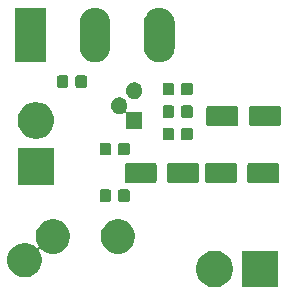
<source format=gbr>
G04 #@! TF.GenerationSoftware,KiCad,Pcbnew,(5.1.0)-1*
G04 #@! TF.CreationDate,2020-12-02T22:17:39+02:00*
G04 #@! TF.ProjectId,Single_transistor_AMP,53696e67-6c65-45f7-9472-616e73697374,V1.0*
G04 #@! TF.SameCoordinates,Original*
G04 #@! TF.FileFunction,Soldermask,Top*
G04 #@! TF.FilePolarity,Negative*
%FSLAX46Y46*%
G04 Gerber Fmt 4.6, Leading zero omitted, Abs format (unit mm)*
G04 Created by KiCad (PCBNEW (5.1.0)-1) date 2020-12-02 22:17:39*
%MOMM*%
%LPD*%
G04 APERTURE LIST*
%ADD10C,0.100000*%
G04 APERTURE END LIST*
D10*
G36*
X124106000Y-132996000D02*
G01*
X121004000Y-132996000D01*
X121004000Y-129894000D01*
X124106000Y-129894000D01*
X124106000Y-132996000D01*
X124106000Y-132996000D01*
G37*
G36*
X118965474Y-129921393D02*
G01*
X119127410Y-129953604D01*
X119409674Y-130070521D01*
X119663705Y-130240259D01*
X119879741Y-130456295D01*
X120049479Y-130710326D01*
X120166396Y-130992590D01*
X120166396Y-130992591D01*
X120226000Y-131292239D01*
X120226000Y-131597761D01*
X120223971Y-131607959D01*
X120166396Y-131897410D01*
X120049479Y-132179674D01*
X119879741Y-132433705D01*
X119663705Y-132649741D01*
X119409674Y-132819479D01*
X119127410Y-132936396D01*
X118977585Y-132966198D01*
X118827761Y-132996000D01*
X118522239Y-132996000D01*
X118372415Y-132966198D01*
X118222590Y-132936396D01*
X117940326Y-132819479D01*
X117686295Y-132649741D01*
X117470259Y-132433705D01*
X117300521Y-132179674D01*
X117183604Y-131897410D01*
X117126029Y-131607959D01*
X117124000Y-131597761D01*
X117124000Y-131292239D01*
X117183604Y-130992591D01*
X117183604Y-130992590D01*
X117300521Y-130710326D01*
X117470259Y-130456295D01*
X117686295Y-130240259D01*
X117940326Y-130070521D01*
X118222590Y-129953604D01*
X118384526Y-129921393D01*
X118522239Y-129894000D01*
X118827761Y-129894000D01*
X118965474Y-129921393D01*
X118965474Y-129921393D01*
G37*
G36*
X105439241Y-127287760D02*
G01*
X105703305Y-127397139D01*
X105940958Y-127555934D01*
X106143066Y-127758042D01*
X106301861Y-127995695D01*
X106411240Y-128259759D01*
X106467000Y-128540088D01*
X106467000Y-128825912D01*
X106411240Y-129106241D01*
X106301861Y-129370305D01*
X106143066Y-129607958D01*
X105940958Y-129810066D01*
X105703305Y-129968861D01*
X105439241Y-130078240D01*
X105158912Y-130134000D01*
X104873088Y-130134000D01*
X104592759Y-130078240D01*
X104328695Y-129968861D01*
X104091042Y-129810066D01*
X104044535Y-129763559D01*
X104025593Y-129748014D01*
X104003982Y-129736463D01*
X103980533Y-129729350D01*
X103956147Y-129726948D01*
X103931761Y-129729350D01*
X103908312Y-129736463D01*
X103886701Y-129748014D01*
X103867759Y-129763559D01*
X103852214Y-129782501D01*
X103840663Y-129804112D01*
X103833550Y-129827561D01*
X103831148Y-129851947D01*
X103833550Y-129876333D01*
X103840663Y-129899782D01*
X103852214Y-129921393D01*
X103901861Y-129995695D01*
X104011240Y-130259759D01*
X104067000Y-130540088D01*
X104067000Y-130825912D01*
X104011240Y-131106241D01*
X103901861Y-131370305D01*
X103743066Y-131607958D01*
X103540958Y-131810066D01*
X103303305Y-131968861D01*
X103039241Y-132078240D01*
X102758912Y-132134000D01*
X102473088Y-132134000D01*
X102192759Y-132078240D01*
X101928695Y-131968861D01*
X101691042Y-131810066D01*
X101488934Y-131607958D01*
X101330139Y-131370305D01*
X101220760Y-131106241D01*
X101165000Y-130825912D01*
X101165000Y-130540088D01*
X101220760Y-130259759D01*
X101330139Y-129995695D01*
X101488934Y-129758042D01*
X101691042Y-129555934D01*
X101928695Y-129397139D01*
X102192759Y-129287760D01*
X102473088Y-129232000D01*
X102758912Y-129232000D01*
X103039241Y-129287760D01*
X103303305Y-129397139D01*
X103540958Y-129555934D01*
X103587465Y-129602441D01*
X103606407Y-129617986D01*
X103628018Y-129629537D01*
X103651467Y-129636650D01*
X103675853Y-129639052D01*
X103700239Y-129636650D01*
X103723688Y-129629537D01*
X103745299Y-129617986D01*
X103764241Y-129602441D01*
X103779786Y-129583499D01*
X103791337Y-129561888D01*
X103798450Y-129538439D01*
X103800852Y-129514053D01*
X103798450Y-129489667D01*
X103791337Y-129466218D01*
X103779786Y-129444607D01*
X103730139Y-129370305D01*
X103620760Y-129106241D01*
X103565000Y-128825912D01*
X103565000Y-128540088D01*
X103620760Y-128259759D01*
X103730139Y-127995695D01*
X103888934Y-127758042D01*
X104091042Y-127555934D01*
X104328695Y-127397139D01*
X104592759Y-127287760D01*
X104873088Y-127232000D01*
X105158912Y-127232000D01*
X105439241Y-127287760D01*
X105439241Y-127287760D01*
G37*
G36*
X110939241Y-127287760D02*
G01*
X111203305Y-127397139D01*
X111440958Y-127555934D01*
X111643066Y-127758042D01*
X111801861Y-127995695D01*
X111911240Y-128259759D01*
X111967000Y-128540088D01*
X111967000Y-128825912D01*
X111911240Y-129106241D01*
X111801861Y-129370305D01*
X111643066Y-129607958D01*
X111440958Y-129810066D01*
X111203305Y-129968861D01*
X110939241Y-130078240D01*
X110658912Y-130134000D01*
X110373088Y-130134000D01*
X110092759Y-130078240D01*
X109828695Y-129968861D01*
X109591042Y-129810066D01*
X109388934Y-129607958D01*
X109230139Y-129370305D01*
X109120760Y-129106241D01*
X109065000Y-128825912D01*
X109065000Y-128540088D01*
X109120760Y-128259759D01*
X109230139Y-127995695D01*
X109388934Y-127758042D01*
X109591042Y-127555934D01*
X109828695Y-127397139D01*
X110092759Y-127287760D01*
X110373088Y-127232000D01*
X110658912Y-127232000D01*
X110939241Y-127287760D01*
X110939241Y-127287760D01*
G37*
G36*
X111365591Y-124700085D02*
G01*
X111399569Y-124710393D01*
X111430890Y-124727134D01*
X111458339Y-124749661D01*
X111480866Y-124777110D01*
X111497607Y-124808431D01*
X111507915Y-124842409D01*
X111512000Y-124883890D01*
X111512000Y-125560110D01*
X111507915Y-125601591D01*
X111497607Y-125635569D01*
X111480866Y-125666890D01*
X111458339Y-125694339D01*
X111430890Y-125716866D01*
X111399569Y-125733607D01*
X111365591Y-125743915D01*
X111324110Y-125748000D01*
X110722890Y-125748000D01*
X110681409Y-125743915D01*
X110647431Y-125733607D01*
X110616110Y-125716866D01*
X110588661Y-125694339D01*
X110566134Y-125666890D01*
X110549393Y-125635569D01*
X110539085Y-125601591D01*
X110535000Y-125560110D01*
X110535000Y-124883890D01*
X110539085Y-124842409D01*
X110549393Y-124808431D01*
X110566134Y-124777110D01*
X110588661Y-124749661D01*
X110616110Y-124727134D01*
X110647431Y-124710393D01*
X110681409Y-124700085D01*
X110722890Y-124696000D01*
X111324110Y-124696000D01*
X111365591Y-124700085D01*
X111365591Y-124700085D01*
G37*
G36*
X109790591Y-124700085D02*
G01*
X109824569Y-124710393D01*
X109855890Y-124727134D01*
X109883339Y-124749661D01*
X109905866Y-124777110D01*
X109922607Y-124808431D01*
X109932915Y-124842409D01*
X109937000Y-124883890D01*
X109937000Y-125560110D01*
X109932915Y-125601591D01*
X109922607Y-125635569D01*
X109905866Y-125666890D01*
X109883339Y-125694339D01*
X109855890Y-125716866D01*
X109824569Y-125733607D01*
X109790591Y-125743915D01*
X109749110Y-125748000D01*
X109147890Y-125748000D01*
X109106409Y-125743915D01*
X109072431Y-125733607D01*
X109041110Y-125716866D01*
X109013661Y-125694339D01*
X108991134Y-125666890D01*
X108974393Y-125635569D01*
X108964085Y-125601591D01*
X108960000Y-125560110D01*
X108960000Y-124883890D01*
X108964085Y-124842409D01*
X108974393Y-124808431D01*
X108991134Y-124777110D01*
X109013661Y-124749661D01*
X109041110Y-124727134D01*
X109072431Y-124710393D01*
X109106409Y-124700085D01*
X109147890Y-124696000D01*
X109749110Y-124696000D01*
X109790591Y-124700085D01*
X109790591Y-124700085D01*
G37*
G36*
X105119500Y-124296500D02*
G01*
X102017500Y-124296500D01*
X102017500Y-121194500D01*
X105119500Y-121194500D01*
X105119500Y-124296500D01*
X105119500Y-124296500D01*
G37*
G36*
X117242497Y-122470051D02*
G01*
X117276152Y-122480261D01*
X117307165Y-122496838D01*
X117334351Y-122519149D01*
X117356662Y-122546335D01*
X117373239Y-122577348D01*
X117383449Y-122611003D01*
X117387500Y-122652138D01*
X117387500Y-123981862D01*
X117383449Y-124022997D01*
X117373239Y-124056652D01*
X117356662Y-124087665D01*
X117334351Y-124114851D01*
X117307165Y-124137162D01*
X117276152Y-124153739D01*
X117242497Y-124163949D01*
X117201362Y-124168000D01*
X114871638Y-124168000D01*
X114830503Y-124163949D01*
X114796848Y-124153739D01*
X114765835Y-124137162D01*
X114738649Y-124114851D01*
X114716338Y-124087665D01*
X114699761Y-124056652D01*
X114689551Y-124022997D01*
X114685500Y-123981862D01*
X114685500Y-122652138D01*
X114689551Y-122611003D01*
X114699761Y-122577348D01*
X114716338Y-122546335D01*
X114738649Y-122519149D01*
X114765835Y-122496838D01*
X114796848Y-122480261D01*
X114830503Y-122470051D01*
X114871638Y-122466000D01*
X117201362Y-122466000D01*
X117242497Y-122470051D01*
X117242497Y-122470051D01*
G37*
G36*
X124036997Y-122470051D02*
G01*
X124070652Y-122480261D01*
X124101665Y-122496838D01*
X124128851Y-122519149D01*
X124151162Y-122546335D01*
X124167739Y-122577348D01*
X124177949Y-122611003D01*
X124182000Y-122652138D01*
X124182000Y-123981862D01*
X124177949Y-124022997D01*
X124167739Y-124056652D01*
X124151162Y-124087665D01*
X124128851Y-124114851D01*
X124101665Y-124137162D01*
X124070652Y-124153739D01*
X124036997Y-124163949D01*
X123995862Y-124168000D01*
X121666138Y-124168000D01*
X121625003Y-124163949D01*
X121591348Y-124153739D01*
X121560335Y-124137162D01*
X121533149Y-124114851D01*
X121510838Y-124087665D01*
X121494261Y-124056652D01*
X121484051Y-124022997D01*
X121480000Y-123981862D01*
X121480000Y-122652138D01*
X121484051Y-122611003D01*
X121494261Y-122577348D01*
X121510838Y-122546335D01*
X121533149Y-122519149D01*
X121560335Y-122496838D01*
X121591348Y-122480261D01*
X121625003Y-122470051D01*
X121666138Y-122466000D01*
X123995862Y-122466000D01*
X124036997Y-122470051D01*
X124036997Y-122470051D01*
G37*
G36*
X120436997Y-122470051D02*
G01*
X120470652Y-122480261D01*
X120501665Y-122496838D01*
X120528851Y-122519149D01*
X120551162Y-122546335D01*
X120567739Y-122577348D01*
X120577949Y-122611003D01*
X120582000Y-122652138D01*
X120582000Y-123981862D01*
X120577949Y-124022997D01*
X120567739Y-124056652D01*
X120551162Y-124087665D01*
X120528851Y-124114851D01*
X120501665Y-124137162D01*
X120470652Y-124153739D01*
X120436997Y-124163949D01*
X120395862Y-124168000D01*
X118066138Y-124168000D01*
X118025003Y-124163949D01*
X117991348Y-124153739D01*
X117960335Y-124137162D01*
X117933149Y-124114851D01*
X117910838Y-124087665D01*
X117894261Y-124056652D01*
X117884051Y-124022997D01*
X117880000Y-123981862D01*
X117880000Y-122652138D01*
X117884051Y-122611003D01*
X117894261Y-122577348D01*
X117910838Y-122546335D01*
X117933149Y-122519149D01*
X117960335Y-122496838D01*
X117991348Y-122480261D01*
X118025003Y-122470051D01*
X118066138Y-122466000D01*
X120395862Y-122466000D01*
X120436997Y-122470051D01*
X120436997Y-122470051D01*
G37*
G36*
X113642497Y-122470051D02*
G01*
X113676152Y-122480261D01*
X113707165Y-122496838D01*
X113734351Y-122519149D01*
X113756662Y-122546335D01*
X113773239Y-122577348D01*
X113783449Y-122611003D01*
X113787500Y-122652138D01*
X113787500Y-123981862D01*
X113783449Y-124022997D01*
X113773239Y-124056652D01*
X113756662Y-124087665D01*
X113734351Y-124114851D01*
X113707165Y-124137162D01*
X113676152Y-124153739D01*
X113642497Y-124163949D01*
X113601362Y-124168000D01*
X111271638Y-124168000D01*
X111230503Y-124163949D01*
X111196848Y-124153739D01*
X111165835Y-124137162D01*
X111138649Y-124114851D01*
X111116338Y-124087665D01*
X111099761Y-124056652D01*
X111089551Y-124022997D01*
X111085500Y-123981862D01*
X111085500Y-122652138D01*
X111089551Y-122611003D01*
X111099761Y-122577348D01*
X111116338Y-122546335D01*
X111138649Y-122519149D01*
X111165835Y-122496838D01*
X111196848Y-122480261D01*
X111230503Y-122470051D01*
X111271638Y-122466000D01*
X113601362Y-122466000D01*
X113642497Y-122470051D01*
X113642497Y-122470051D01*
G37*
G36*
X109790591Y-120763085D02*
G01*
X109824569Y-120773393D01*
X109855890Y-120790134D01*
X109883339Y-120812661D01*
X109905866Y-120840110D01*
X109922607Y-120871431D01*
X109932915Y-120905409D01*
X109937000Y-120946890D01*
X109937000Y-121623110D01*
X109932915Y-121664591D01*
X109922607Y-121698569D01*
X109905866Y-121729890D01*
X109883339Y-121757339D01*
X109855890Y-121779866D01*
X109824569Y-121796607D01*
X109790591Y-121806915D01*
X109749110Y-121811000D01*
X109147890Y-121811000D01*
X109106409Y-121806915D01*
X109072431Y-121796607D01*
X109041110Y-121779866D01*
X109013661Y-121757339D01*
X108991134Y-121729890D01*
X108974393Y-121698569D01*
X108964085Y-121664591D01*
X108960000Y-121623110D01*
X108960000Y-120946890D01*
X108964085Y-120905409D01*
X108974393Y-120871431D01*
X108991134Y-120840110D01*
X109013661Y-120812661D01*
X109041110Y-120790134D01*
X109072431Y-120773393D01*
X109106409Y-120763085D01*
X109147890Y-120759000D01*
X109749110Y-120759000D01*
X109790591Y-120763085D01*
X109790591Y-120763085D01*
G37*
G36*
X111365591Y-120763085D02*
G01*
X111399569Y-120773393D01*
X111430890Y-120790134D01*
X111458339Y-120812661D01*
X111480866Y-120840110D01*
X111497607Y-120871431D01*
X111507915Y-120905409D01*
X111512000Y-120946890D01*
X111512000Y-121623110D01*
X111507915Y-121664591D01*
X111497607Y-121698569D01*
X111480866Y-121729890D01*
X111458339Y-121757339D01*
X111430890Y-121779866D01*
X111399569Y-121796607D01*
X111365591Y-121806915D01*
X111324110Y-121811000D01*
X110722890Y-121811000D01*
X110681409Y-121806915D01*
X110647431Y-121796607D01*
X110616110Y-121779866D01*
X110588661Y-121757339D01*
X110566134Y-121729890D01*
X110549393Y-121698569D01*
X110539085Y-121664591D01*
X110535000Y-121623110D01*
X110535000Y-120946890D01*
X110539085Y-120905409D01*
X110549393Y-120871431D01*
X110566134Y-120840110D01*
X110588661Y-120812661D01*
X110616110Y-120790134D01*
X110647431Y-120773393D01*
X110681409Y-120763085D01*
X110722890Y-120759000D01*
X111324110Y-120759000D01*
X111365591Y-120763085D01*
X111365591Y-120763085D01*
G37*
G36*
X116699591Y-119493085D02*
G01*
X116733569Y-119503393D01*
X116764890Y-119520134D01*
X116792339Y-119542661D01*
X116814866Y-119570110D01*
X116831607Y-119601431D01*
X116841915Y-119635409D01*
X116846000Y-119676890D01*
X116846000Y-120353110D01*
X116841915Y-120394591D01*
X116831607Y-120428569D01*
X116814866Y-120459890D01*
X116792339Y-120487339D01*
X116764890Y-120509866D01*
X116733569Y-120526607D01*
X116699591Y-120536915D01*
X116658110Y-120541000D01*
X116056890Y-120541000D01*
X116015409Y-120536915D01*
X115981431Y-120526607D01*
X115950110Y-120509866D01*
X115922661Y-120487339D01*
X115900134Y-120459890D01*
X115883393Y-120428569D01*
X115873085Y-120394591D01*
X115869000Y-120353110D01*
X115869000Y-119676890D01*
X115873085Y-119635409D01*
X115883393Y-119601431D01*
X115900134Y-119570110D01*
X115922661Y-119542661D01*
X115950110Y-119520134D01*
X115981431Y-119503393D01*
X116015409Y-119493085D01*
X116056890Y-119489000D01*
X116658110Y-119489000D01*
X116699591Y-119493085D01*
X116699591Y-119493085D01*
G37*
G36*
X115124591Y-119493085D02*
G01*
X115158569Y-119503393D01*
X115189890Y-119520134D01*
X115217339Y-119542661D01*
X115239866Y-119570110D01*
X115256607Y-119601431D01*
X115266915Y-119635409D01*
X115271000Y-119676890D01*
X115271000Y-120353110D01*
X115266915Y-120394591D01*
X115256607Y-120428569D01*
X115239866Y-120459890D01*
X115217339Y-120487339D01*
X115189890Y-120509866D01*
X115158569Y-120526607D01*
X115124591Y-120536915D01*
X115083110Y-120541000D01*
X114481890Y-120541000D01*
X114440409Y-120536915D01*
X114406431Y-120526607D01*
X114375110Y-120509866D01*
X114347661Y-120487339D01*
X114325134Y-120459890D01*
X114308393Y-120428569D01*
X114298085Y-120394591D01*
X114294000Y-120353110D01*
X114294000Y-119676890D01*
X114298085Y-119635409D01*
X114308393Y-119601431D01*
X114325134Y-119570110D01*
X114347661Y-119542661D01*
X114375110Y-119520134D01*
X114406431Y-119503393D01*
X114440409Y-119493085D01*
X114481890Y-119489000D01*
X115083110Y-119489000D01*
X115124591Y-119493085D01*
X115124591Y-119493085D01*
G37*
G36*
X103871085Y-117344302D02*
G01*
X104020910Y-117374104D01*
X104303174Y-117491021D01*
X104557205Y-117660759D01*
X104773241Y-117876795D01*
X104942979Y-118130826D01*
X105059896Y-118413090D01*
X105075113Y-118489591D01*
X105104236Y-118636000D01*
X105119500Y-118712740D01*
X105119500Y-119018260D01*
X105059896Y-119317910D01*
X104942979Y-119600174D01*
X104773241Y-119854205D01*
X104557205Y-120070241D01*
X104303174Y-120239979D01*
X104020910Y-120356896D01*
X103871085Y-120386698D01*
X103721261Y-120416500D01*
X103415739Y-120416500D01*
X103265915Y-120386698D01*
X103116090Y-120356896D01*
X102833826Y-120239979D01*
X102579795Y-120070241D01*
X102363759Y-119854205D01*
X102194021Y-119600174D01*
X102077104Y-119317910D01*
X102017500Y-119018260D01*
X102017500Y-118712740D01*
X102032765Y-118636000D01*
X102061887Y-118489591D01*
X102077104Y-118413090D01*
X102194021Y-118130826D01*
X102363759Y-117876795D01*
X102579795Y-117660759D01*
X102833826Y-117491021D01*
X103116090Y-117374104D01*
X103265915Y-117344302D01*
X103415739Y-117314500D01*
X103721261Y-117314500D01*
X103871085Y-117344302D01*
X103871085Y-117344302D01*
G37*
G36*
X110821473Y-116927938D02*
G01*
X110949049Y-116980782D01*
X111063859Y-117057495D01*
X111161505Y-117155141D01*
X111238218Y-117269951D01*
X111291062Y-117397527D01*
X111318000Y-117532956D01*
X111318000Y-117671044D01*
X111291062Y-117806473D01*
X111238218Y-117934049D01*
X111209816Y-117976556D01*
X111198265Y-117998167D01*
X111191152Y-118021616D01*
X111188750Y-118046002D01*
X111191152Y-118070388D01*
X111198265Y-118093837D01*
X111209817Y-118115447D01*
X111225362Y-118134389D01*
X111244304Y-118149934D01*
X111265915Y-118161485D01*
X111289364Y-118168598D01*
X111313749Y-118171000D01*
X112588000Y-118171000D01*
X112588000Y-119573000D01*
X111186000Y-119573000D01*
X111186000Y-118298749D01*
X111183598Y-118274363D01*
X111176485Y-118250914D01*
X111164934Y-118229303D01*
X111149389Y-118210361D01*
X111130447Y-118194816D01*
X111108836Y-118183265D01*
X111085387Y-118176152D01*
X111061001Y-118173750D01*
X111036615Y-118176152D01*
X111013166Y-118183265D01*
X110991556Y-118194816D01*
X110949049Y-118223218D01*
X110821473Y-118276062D01*
X110686044Y-118303000D01*
X110547956Y-118303000D01*
X110412527Y-118276062D01*
X110284951Y-118223218D01*
X110170141Y-118146505D01*
X110072495Y-118048859D01*
X109995782Y-117934049D01*
X109942938Y-117806473D01*
X109916000Y-117671044D01*
X109916000Y-117532956D01*
X109942938Y-117397527D01*
X109995782Y-117269951D01*
X110072495Y-117155141D01*
X110170141Y-117057495D01*
X110284951Y-116980782D01*
X110412527Y-116927938D01*
X110547956Y-116901000D01*
X110686044Y-116901000D01*
X110821473Y-116927938D01*
X110821473Y-116927938D01*
G37*
G36*
X124163997Y-117644051D02*
G01*
X124197652Y-117654261D01*
X124228665Y-117670838D01*
X124255851Y-117693149D01*
X124278162Y-117720335D01*
X124294739Y-117751348D01*
X124304949Y-117785003D01*
X124309000Y-117826138D01*
X124309000Y-119155862D01*
X124304949Y-119196997D01*
X124294739Y-119230652D01*
X124278162Y-119261665D01*
X124255851Y-119288851D01*
X124228665Y-119311162D01*
X124197652Y-119327739D01*
X124163997Y-119337949D01*
X124122862Y-119342000D01*
X121793138Y-119342000D01*
X121752003Y-119337949D01*
X121718348Y-119327739D01*
X121687335Y-119311162D01*
X121660149Y-119288851D01*
X121637838Y-119261665D01*
X121621261Y-119230652D01*
X121611051Y-119196997D01*
X121607000Y-119155862D01*
X121607000Y-117826138D01*
X121611051Y-117785003D01*
X121621261Y-117751348D01*
X121637838Y-117720335D01*
X121660149Y-117693149D01*
X121687335Y-117670838D01*
X121718348Y-117654261D01*
X121752003Y-117644051D01*
X121793138Y-117640000D01*
X124122862Y-117640000D01*
X124163997Y-117644051D01*
X124163997Y-117644051D01*
G37*
G36*
X120563997Y-117644051D02*
G01*
X120597652Y-117654261D01*
X120628665Y-117670838D01*
X120655851Y-117693149D01*
X120678162Y-117720335D01*
X120694739Y-117751348D01*
X120704949Y-117785003D01*
X120709000Y-117826138D01*
X120709000Y-119155862D01*
X120704949Y-119196997D01*
X120694739Y-119230652D01*
X120678162Y-119261665D01*
X120655851Y-119288851D01*
X120628665Y-119311162D01*
X120597652Y-119327739D01*
X120563997Y-119337949D01*
X120522862Y-119342000D01*
X118193138Y-119342000D01*
X118152003Y-119337949D01*
X118118348Y-119327739D01*
X118087335Y-119311162D01*
X118060149Y-119288851D01*
X118037838Y-119261665D01*
X118021261Y-119230652D01*
X118011051Y-119196997D01*
X118007000Y-119155862D01*
X118007000Y-117826138D01*
X118011051Y-117785003D01*
X118021261Y-117751348D01*
X118037838Y-117720335D01*
X118060149Y-117693149D01*
X118087335Y-117670838D01*
X118118348Y-117654261D01*
X118152003Y-117644051D01*
X118193138Y-117640000D01*
X120522862Y-117640000D01*
X120563997Y-117644051D01*
X120563997Y-117644051D01*
G37*
G36*
X116699591Y-117588085D02*
G01*
X116733569Y-117598393D01*
X116764890Y-117615134D01*
X116792339Y-117637661D01*
X116814866Y-117665110D01*
X116831607Y-117696431D01*
X116841915Y-117730409D01*
X116846000Y-117771890D01*
X116846000Y-118448110D01*
X116841915Y-118489591D01*
X116831607Y-118523569D01*
X116814866Y-118554890D01*
X116792339Y-118582339D01*
X116764890Y-118604866D01*
X116733569Y-118621607D01*
X116699591Y-118631915D01*
X116658110Y-118636000D01*
X116056890Y-118636000D01*
X116015409Y-118631915D01*
X115981431Y-118621607D01*
X115950110Y-118604866D01*
X115922661Y-118582339D01*
X115900134Y-118554890D01*
X115883393Y-118523569D01*
X115873085Y-118489591D01*
X115869000Y-118448110D01*
X115869000Y-117771890D01*
X115873085Y-117730409D01*
X115883393Y-117696431D01*
X115900134Y-117665110D01*
X115922661Y-117637661D01*
X115950110Y-117615134D01*
X115981431Y-117598393D01*
X116015409Y-117588085D01*
X116056890Y-117584000D01*
X116658110Y-117584000D01*
X116699591Y-117588085D01*
X116699591Y-117588085D01*
G37*
G36*
X115124591Y-117588085D02*
G01*
X115158569Y-117598393D01*
X115189890Y-117615134D01*
X115217339Y-117637661D01*
X115239866Y-117665110D01*
X115256607Y-117696431D01*
X115266915Y-117730409D01*
X115271000Y-117771890D01*
X115271000Y-118448110D01*
X115266915Y-118489591D01*
X115256607Y-118523569D01*
X115239866Y-118554890D01*
X115217339Y-118582339D01*
X115189890Y-118604866D01*
X115158569Y-118621607D01*
X115124591Y-118631915D01*
X115083110Y-118636000D01*
X114481890Y-118636000D01*
X114440409Y-118631915D01*
X114406431Y-118621607D01*
X114375110Y-118604866D01*
X114347661Y-118582339D01*
X114325134Y-118554890D01*
X114308393Y-118523569D01*
X114298085Y-118489591D01*
X114294000Y-118448110D01*
X114294000Y-117771890D01*
X114298085Y-117730409D01*
X114308393Y-117696431D01*
X114325134Y-117665110D01*
X114347661Y-117637661D01*
X114375110Y-117615134D01*
X114406431Y-117598393D01*
X114440409Y-117588085D01*
X114481890Y-117584000D01*
X115083110Y-117584000D01*
X115124591Y-117588085D01*
X115124591Y-117588085D01*
G37*
G36*
X112091473Y-115657938D02*
G01*
X112219049Y-115710782D01*
X112333859Y-115787495D01*
X112431505Y-115885141D01*
X112508218Y-115999951D01*
X112561062Y-116127527D01*
X112588000Y-116262956D01*
X112588000Y-116401044D01*
X112561062Y-116536473D01*
X112508218Y-116664049D01*
X112431505Y-116778859D01*
X112333859Y-116876505D01*
X112219049Y-116953218D01*
X112091473Y-117006062D01*
X111956044Y-117033000D01*
X111817956Y-117033000D01*
X111682527Y-117006062D01*
X111554951Y-116953218D01*
X111440141Y-116876505D01*
X111342495Y-116778859D01*
X111265782Y-116664049D01*
X111212938Y-116536473D01*
X111186000Y-116401044D01*
X111186000Y-116262956D01*
X111212938Y-116127527D01*
X111265782Y-115999951D01*
X111342495Y-115885141D01*
X111440141Y-115787495D01*
X111554951Y-115710782D01*
X111682527Y-115657938D01*
X111817956Y-115631000D01*
X111956044Y-115631000D01*
X112091473Y-115657938D01*
X112091473Y-115657938D01*
G37*
G36*
X116699591Y-115683085D02*
G01*
X116733569Y-115693393D01*
X116764890Y-115710134D01*
X116792339Y-115732661D01*
X116814866Y-115760110D01*
X116831607Y-115791431D01*
X116841915Y-115825409D01*
X116846000Y-115866890D01*
X116846000Y-116543110D01*
X116841915Y-116584591D01*
X116831607Y-116618569D01*
X116814866Y-116649890D01*
X116792339Y-116677339D01*
X116764890Y-116699866D01*
X116733569Y-116716607D01*
X116699591Y-116726915D01*
X116658110Y-116731000D01*
X116056890Y-116731000D01*
X116015409Y-116726915D01*
X115981431Y-116716607D01*
X115950110Y-116699866D01*
X115922661Y-116677339D01*
X115900134Y-116649890D01*
X115883393Y-116618569D01*
X115873085Y-116584591D01*
X115869000Y-116543110D01*
X115869000Y-115866890D01*
X115873085Y-115825409D01*
X115883393Y-115791431D01*
X115900134Y-115760110D01*
X115922661Y-115732661D01*
X115950110Y-115710134D01*
X115981431Y-115693393D01*
X116015409Y-115683085D01*
X116056890Y-115679000D01*
X116658110Y-115679000D01*
X116699591Y-115683085D01*
X116699591Y-115683085D01*
G37*
G36*
X115124591Y-115683085D02*
G01*
X115158569Y-115693393D01*
X115189890Y-115710134D01*
X115217339Y-115732661D01*
X115239866Y-115760110D01*
X115256607Y-115791431D01*
X115266915Y-115825409D01*
X115271000Y-115866890D01*
X115271000Y-116543110D01*
X115266915Y-116584591D01*
X115256607Y-116618569D01*
X115239866Y-116649890D01*
X115217339Y-116677339D01*
X115189890Y-116699866D01*
X115158569Y-116716607D01*
X115124591Y-116726915D01*
X115083110Y-116731000D01*
X114481890Y-116731000D01*
X114440409Y-116726915D01*
X114406431Y-116716607D01*
X114375110Y-116699866D01*
X114347661Y-116677339D01*
X114325134Y-116649890D01*
X114308393Y-116618569D01*
X114298085Y-116584591D01*
X114294000Y-116543110D01*
X114294000Y-115866890D01*
X114298085Y-115825409D01*
X114308393Y-115791431D01*
X114325134Y-115760110D01*
X114347661Y-115732661D01*
X114375110Y-115710134D01*
X114406431Y-115693393D01*
X114440409Y-115683085D01*
X114481890Y-115679000D01*
X115083110Y-115679000D01*
X115124591Y-115683085D01*
X115124591Y-115683085D01*
G37*
G36*
X107746091Y-115048085D02*
G01*
X107780069Y-115058393D01*
X107811390Y-115075134D01*
X107838839Y-115097661D01*
X107861366Y-115125110D01*
X107878107Y-115156431D01*
X107888415Y-115190409D01*
X107892500Y-115231890D01*
X107892500Y-115908110D01*
X107888415Y-115949591D01*
X107878107Y-115983569D01*
X107861366Y-116014890D01*
X107838839Y-116042339D01*
X107811390Y-116064866D01*
X107780069Y-116081607D01*
X107746091Y-116091915D01*
X107704610Y-116096000D01*
X107103390Y-116096000D01*
X107061909Y-116091915D01*
X107027931Y-116081607D01*
X106996610Y-116064866D01*
X106969161Y-116042339D01*
X106946634Y-116014890D01*
X106929893Y-115983569D01*
X106919585Y-115949591D01*
X106915500Y-115908110D01*
X106915500Y-115231890D01*
X106919585Y-115190409D01*
X106929893Y-115156431D01*
X106946634Y-115125110D01*
X106969161Y-115097661D01*
X106996610Y-115075134D01*
X107027931Y-115058393D01*
X107061909Y-115048085D01*
X107103390Y-115044000D01*
X107704610Y-115044000D01*
X107746091Y-115048085D01*
X107746091Y-115048085D01*
G37*
G36*
X106171091Y-115048085D02*
G01*
X106205069Y-115058393D01*
X106236390Y-115075134D01*
X106263839Y-115097661D01*
X106286366Y-115125110D01*
X106303107Y-115156431D01*
X106313415Y-115190409D01*
X106317500Y-115231890D01*
X106317500Y-115908110D01*
X106313415Y-115949591D01*
X106303107Y-115983569D01*
X106286366Y-116014890D01*
X106263839Y-116042339D01*
X106236390Y-116064866D01*
X106205069Y-116081607D01*
X106171091Y-116091915D01*
X106129610Y-116096000D01*
X105528390Y-116096000D01*
X105486909Y-116091915D01*
X105452931Y-116081607D01*
X105421610Y-116064866D01*
X105394161Y-116042339D01*
X105371634Y-116014890D01*
X105354893Y-115983569D01*
X105344585Y-115949591D01*
X105340500Y-115908110D01*
X105340500Y-115231890D01*
X105344585Y-115190409D01*
X105354893Y-115156431D01*
X105371634Y-115125110D01*
X105394161Y-115097661D01*
X105421610Y-115075134D01*
X105452931Y-115058393D01*
X105486909Y-115048085D01*
X105528390Y-115044000D01*
X106129610Y-115044000D01*
X106171091Y-115048085D01*
X106171091Y-115048085D01*
G37*
G36*
X108829039Y-109350825D02*
G01*
X109074279Y-109425218D01*
X109300293Y-109546025D01*
X109498396Y-109708604D01*
X109660975Y-109906706D01*
X109781782Y-110132720D01*
X109856175Y-110377960D01*
X109875000Y-110569095D01*
X109875000Y-112696905D01*
X109856175Y-112888040D01*
X109781782Y-113133280D01*
X109660975Y-113359294D01*
X109618624Y-113410899D01*
X109498397Y-113557397D01*
X109351899Y-113677624D01*
X109300294Y-113719975D01*
X109074280Y-113840782D01*
X108829040Y-113915175D01*
X108574000Y-113940294D01*
X108318961Y-113915175D01*
X108073721Y-113840782D01*
X107847707Y-113719975D01*
X107796102Y-113677624D01*
X107649604Y-113557397D01*
X107529377Y-113410899D01*
X107487026Y-113359294D01*
X107366219Y-113133280D01*
X107291826Y-112888040D01*
X107273001Y-112696905D01*
X107273000Y-110569096D01*
X107291825Y-110377961D01*
X107366218Y-110132721D01*
X107487025Y-109906707D01*
X107649604Y-109708604D01*
X107847706Y-109546025D01*
X107847705Y-109546025D01*
X107847707Y-109546024D01*
X108073718Y-109425219D01*
X108073720Y-109425218D01*
X108318960Y-109350825D01*
X108574000Y-109325706D01*
X108829039Y-109350825D01*
X108829039Y-109350825D01*
G37*
G36*
X114279039Y-109350825D02*
G01*
X114524279Y-109425218D01*
X114750293Y-109546025D01*
X114948396Y-109708604D01*
X115110975Y-109906706D01*
X115231782Y-110132720D01*
X115306175Y-110377960D01*
X115325000Y-110569095D01*
X115325000Y-112696905D01*
X115306175Y-112888040D01*
X115231782Y-113133280D01*
X115110975Y-113359294D01*
X115068624Y-113410899D01*
X114948397Y-113557397D01*
X114801899Y-113677624D01*
X114750294Y-113719975D01*
X114524280Y-113840782D01*
X114279040Y-113915175D01*
X114024000Y-113940294D01*
X113768961Y-113915175D01*
X113523721Y-113840782D01*
X113297707Y-113719975D01*
X113246102Y-113677624D01*
X113099604Y-113557397D01*
X112979377Y-113410899D01*
X112937026Y-113359294D01*
X112816219Y-113133280D01*
X112741826Y-112888040D01*
X112723001Y-112696905D01*
X112723000Y-110569096D01*
X112741825Y-110377961D01*
X112816218Y-110132721D01*
X112937025Y-109906707D01*
X113099604Y-109708604D01*
X113297706Y-109546025D01*
X113297705Y-109546025D01*
X113297707Y-109546024D01*
X113523718Y-109425219D01*
X113523720Y-109425218D01*
X113768960Y-109350825D01*
X114024000Y-109325706D01*
X114279039Y-109350825D01*
X114279039Y-109350825D01*
G37*
G36*
X104425000Y-113934000D02*
G01*
X101823000Y-113934000D01*
X101823000Y-109332000D01*
X104425000Y-109332000D01*
X104425000Y-113934000D01*
X104425000Y-113934000D01*
G37*
M02*

</source>
